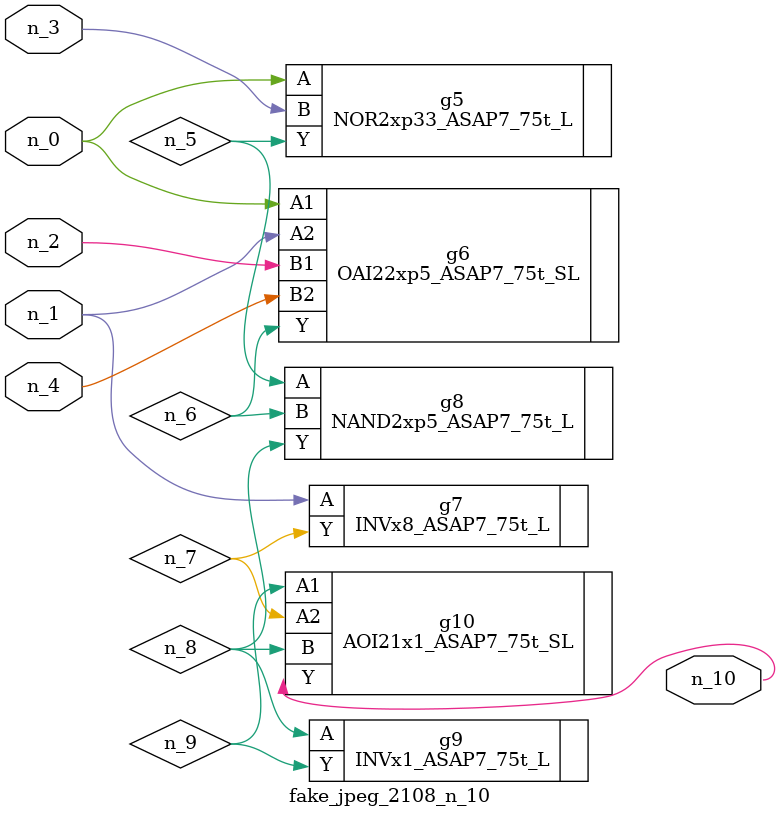
<source format=v>
module fake_jpeg_2108_n_10 (n_3, n_2, n_1, n_0, n_4, n_10);

input n_3;
input n_2;
input n_1;
input n_0;
input n_4;

output n_10;

wire n_8;
wire n_9;
wire n_6;
wire n_5;
wire n_7;

NOR2xp33_ASAP7_75t_L g5 ( 
.A(n_0),
.B(n_3),
.Y(n_5)
);

OAI22xp5_ASAP7_75t_SL g6 ( 
.A1(n_0),
.A2(n_1),
.B1(n_2),
.B2(n_4),
.Y(n_6)
);

INVx8_ASAP7_75t_L g7 ( 
.A(n_1),
.Y(n_7)
);

NAND2xp5_ASAP7_75t_L g8 ( 
.A(n_5),
.B(n_6),
.Y(n_8)
);

INVx1_ASAP7_75t_L g9 ( 
.A(n_8),
.Y(n_9)
);

AOI21x1_ASAP7_75t_SL g10 ( 
.A1(n_9),
.A2(n_7),
.B(n_8),
.Y(n_10)
);


endmodule
</source>
